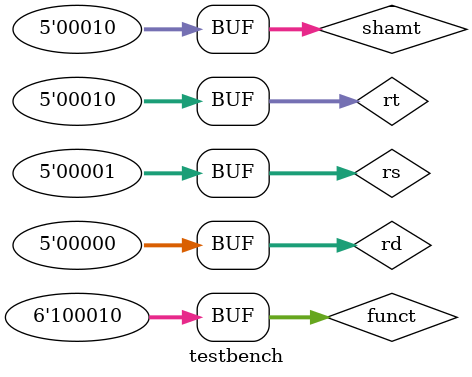
<source format=v>
module testbench;

// input and output test signals
reg [4:0] rs, rt, rd, shamt;
reg [5:0] funct;

glob glob(); //Initialize 32 32-bit registers to zeros
alu alu(rs, rt, rd, shamt, funct);

initial
begin
glob.r[0] = 32'b00000000000000000000000000000001;
glob.r[1] = 32'b00000000000000000000000000000010;
rs = 5'b00000;
rt = 5'b00001;
rd = 5'b00010;
funct = 6'b100000; //add
#5;
rs = 5'b00000;
rt = 5'b00010;
rd = 5'b00001;
#5;
rt = 5'b00001;
rd = 5'b00010;
shamt = 5'b00010;
funct = 6'b000010; //srl
#5;
rs = 5'b00001;
rt = 5'b00010;
rd = 5'b00000;
funct = 6'b100010; //sub
end

initial
$monitor("rs = %b rt = %b rd = %b r0 = %b r1 = %b r2 = %b funct = %b shamt = %b", rs, rt, rd, glob.r[0], glob.r[1], glob.r[2], funct, shamt);

initial
$dumpvars;

endmodule

</source>
